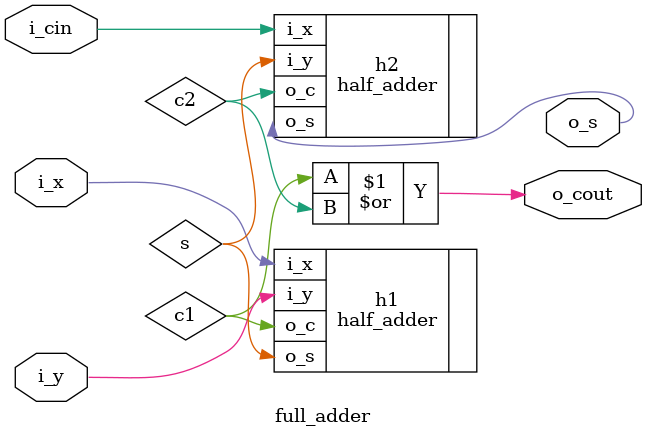
<source format=v>
module full_adder(i_x, i_y, i_cin, o_s, o_cout);

    input i_x, i_y, i_cin;
    output o_s, o_cout;
    wire s, c1, c2;
    half_adder h1(.i_x(i_x), .i_y(i_y), .o_s(s), .o_c(c1));
    half_adder h2(.i_x(i_cin), .i_y(s), .o_s(o_s), .o_c(c2));

    assign o_cout = c1 | c2;
    
endmodule
</source>
